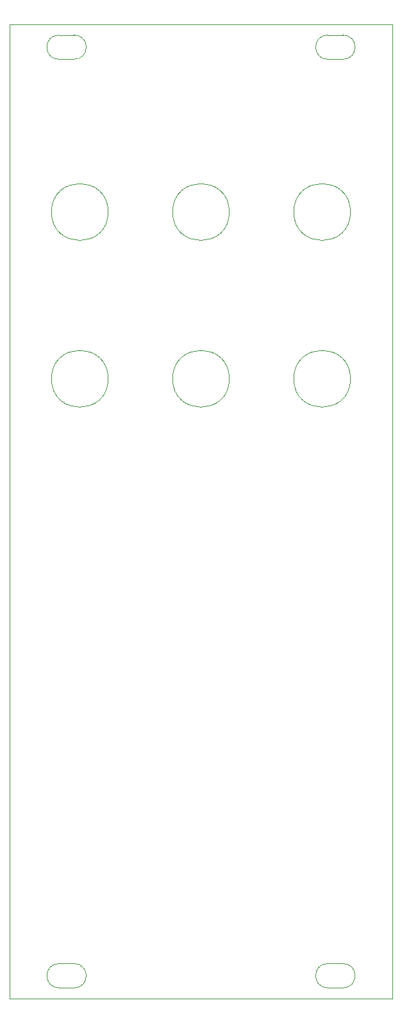
<source format=gbr>
G04 #@! TF.GenerationSoftware,KiCad,Pcbnew,(5.1.9-0-10_14)*
G04 #@! TF.CreationDate,2021-02-15T21:42:09-08:00*
G04 #@! TF.ProjectId,shatnoir,73686174-6e6f-4697-922e-6b696361645f,rev?*
G04 #@! TF.SameCoordinates,Original*
G04 #@! TF.FileFunction,Profile,NP*
%FSLAX46Y46*%
G04 Gerber Fmt 4.6, Leading zero omitted, Abs format (unit mm)*
G04 Created by KiCad (PCBNEW (5.1.9-0-10_14)) date 2021-02-15 21:42:09*
%MOMM*%
%LPD*%
G01*
G04 APERTURE LIST*
G04 #@! TA.AperFunction,Profile*
%ADD10C,0.050000*%
G04 #@! TD*
G04 APERTURE END LIST*
D10*
X45000000Y-46750000D02*
G75*
G03*
X45000000Y-46750000I-3750000J0D01*
G01*
X29000000Y-46750000D02*
G75*
G03*
X29000000Y-46750000I-3750000J0D01*
G01*
X13000000Y-46750000D02*
G75*
G03*
X13000000Y-46750000I-3750000J0D01*
G01*
X45000000Y-24750000D02*
G75*
G03*
X45000000Y-24750000I-3750000J0D01*
G01*
X29000000Y-24750000D02*
G75*
G03*
X29000000Y-24750000I-3750000J0D01*
G01*
X13000000Y-24750000D02*
G75*
G03*
X13000000Y-24750000I-3750000J0D01*
G01*
X8500000Y-123900000D02*
G75*
G02*
X8500000Y-127100000I0J-1600000D01*
G01*
X6500000Y-123900000D02*
X8500000Y-123900000D01*
X6500000Y-127100000D02*
G75*
G02*
X6500000Y-123900000I0J1600000D01*
G01*
X6500000Y-127100000D02*
X8500000Y-127100000D01*
X8500000Y-1400000D02*
G75*
G02*
X8500000Y-4600000I0J-1600000D01*
G01*
X6500000Y-1400000D02*
X8500000Y-1400000D01*
X6500000Y-4600000D02*
G75*
G02*
X6500000Y-1400000I0J1600000D01*
G01*
X6500000Y-4600000D02*
X8500000Y-4600000D01*
X44000000Y-123900000D02*
G75*
G02*
X44000000Y-127100000I0J-1600000D01*
G01*
X42000000Y-123900000D02*
X44000000Y-123900000D01*
X42000000Y-127100000D02*
G75*
G02*
X42000000Y-123900000I0J1600000D01*
G01*
X42000000Y-127100000D02*
X44000000Y-127100000D01*
X42000000Y-1400000D02*
X44000000Y-1400000D01*
X42000000Y-4600000D02*
X44000000Y-4600000D01*
X42000000Y-4600000D02*
G75*
G02*
X42000000Y-1400000I0J1600000D01*
G01*
X44000000Y-1400000D02*
G75*
G02*
X44000000Y-4600000I0J-1600000D01*
G01*
X0Y-128500000D02*
X0Y0D01*
X50500000Y-128500000D02*
X0Y-128500000D01*
X50500000Y0D02*
X50500000Y-128500000D01*
X0Y0D02*
X50500000Y0D01*
M02*

</source>
